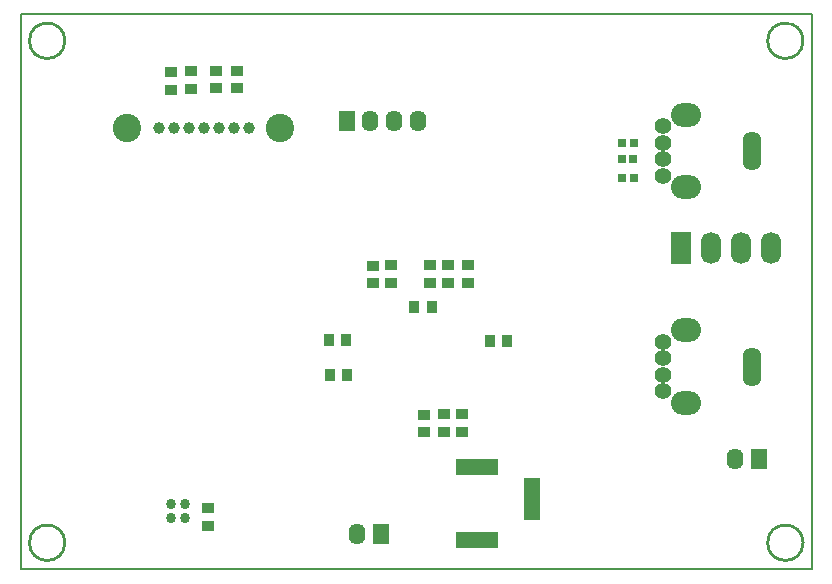
<source format=gbs>
%FSLAX25Y25*%
%MOIN*%
G70*
G01*
G75*
G04 Layer_Color=16711935*
%ADD10R,0.02756X0.03347*%
%ADD11R,0.04724X0.04331*%
%ADD12R,0.07874X0.07874*%
%ADD13O,0.08661X0.02362*%
%ADD14R,0.08071X0.09055*%
%ADD15O,0.05500X0.02500*%
%ADD16R,0.05500X0.02500*%
%ADD17R,0.04724X0.14567*%
%ADD18R,0.07559X0.25590*%
%ADD19R,0.06000X0.05000*%
%ADD20R,0.10630X0.03937*%
%ADD21O,0.00787X0.02559*%
%ADD22O,0.02559X0.00787*%
%ADD23R,0.15748X0.15748*%
%ADD24R,0.03347X0.02756*%
%ADD25O,0.02500X0.05500*%
%ADD26R,0.02500X0.05500*%
%ADD27R,0.05000X0.06000*%
%ADD28C,0.03000*%
%ADD29C,0.05000*%
%ADD30C,0.00600*%
%ADD31C,0.00800*%
%ADD32C,0.02000*%
%ADD33C,0.01000*%
%ADD34C,0.01500*%
%ADD35C,0.04000*%
%ADD36R,0.07284X0.19685*%
%ADD37R,0.06800X0.04000*%
%ADD38C,0.00500*%
%ADD39O,0.04724X0.06299*%
%ADD40R,0.04724X0.06299*%
%ADD41C,0.08661*%
%ADD42C,0.03150*%
%ADD43O,0.05906X0.09843*%
%ADD44R,0.05906X0.09843*%
%ADD45C,0.04724*%
%ADD46O,0.09252X0.07087*%
%ADD47O,0.05315X0.12205*%
%ADD48R,0.13386X0.04724*%
%ADD49R,0.04724X0.13386*%
%ADD50C,0.03000*%
%ADD51C,0.04000*%
%ADD52C,0.02000*%
%ADD53C,0.02598*%
%ADD54R,0.02362X0.02362*%
%ADD55R,0.15000X0.11400*%
%ADD56C,0.00984*%
%ADD57C,0.00394*%
%ADD58C,0.00591*%
%ADD59C,0.00787*%
%ADD60R,0.03556X0.04147*%
%ADD61R,0.05524X0.05131*%
%ADD62R,0.08674X0.08674*%
%ADD63O,0.09461X0.03162*%
%ADD64R,0.08871X0.09855*%
%ADD65O,0.06300X0.03300*%
%ADD66R,0.06300X0.03300*%
%ADD67R,0.05524X0.15367*%
%ADD68R,0.08359X0.26391*%
%ADD69R,0.06800X0.05800*%
%ADD70R,0.11430X0.04737*%
%ADD71R,0.00800X0.00800*%
%ADD72R,0.00800X0.00800*%
%ADD73O,0.01587X0.03359*%
%ADD74O,0.03359X0.01587*%
%ADD75R,0.16548X0.16548*%
%ADD76R,0.04147X0.03556*%
%ADD77O,0.03300X0.06300*%
%ADD78R,0.03300X0.06300*%
%ADD79R,0.05800X0.06800*%
%ADD80O,0.05524X0.07099*%
%ADD81R,0.05524X0.07099*%
%ADD82C,0.09461*%
%ADD83C,0.03950*%
%ADD84O,0.06706X0.10642*%
%ADD85R,0.06706X0.10642*%
%ADD86C,0.05524*%
%ADD87O,0.10052X0.07887*%
%ADD88O,0.06115X0.13005*%
%ADD89R,0.14186X0.05524*%
%ADD90R,0.05524X0.14186*%
%ADD91R,0.03162X0.03162*%
%ADD92C,0.03398*%
D33*
X14764Y-8858D02*
G03*
X14764Y-8858I-5906J0D01*
G01*
Y-176181D02*
G03*
X14764Y-176181I-5906J0D01*
G01*
X260827Y-8858D02*
G03*
X260827Y-8858I-5906J0D01*
G01*
Y-176181D02*
G03*
X260827Y-176181I-5906J0D01*
G01*
D38*
X0Y0D02*
X263779D01*
X0Y-185039D02*
Y0D01*
X263779Y-185039D02*
Y0D01*
X0Y-185039D02*
X263779D01*
D60*
X102995Y-120100D02*
D03*
X108900D02*
D03*
X137005Y-97700D02*
D03*
X131100D02*
D03*
X102694Y-108700D02*
D03*
X108600D02*
D03*
X162305Y-109000D02*
D03*
X156400D02*
D03*
D76*
X50200Y-25106D02*
D03*
Y-19200D02*
D03*
X56800Y-24800D02*
D03*
Y-18894D02*
D03*
X65300Y-24700D02*
D03*
Y-18794D02*
D03*
X72300Y-24700D02*
D03*
Y-18794D02*
D03*
X62362Y-164632D02*
D03*
Y-170538D02*
D03*
X142500Y-83694D02*
D03*
Y-89600D02*
D03*
X136500Y-83694D02*
D03*
Y-89600D02*
D03*
X123600Y-83694D02*
D03*
Y-89600D02*
D03*
X141100Y-139206D02*
D03*
Y-133300D02*
D03*
X147200Y-139206D02*
D03*
Y-133300D02*
D03*
X134600Y-139371D02*
D03*
Y-133465D02*
D03*
X149000Y-83595D02*
D03*
Y-89500D02*
D03*
X117500Y-89700D02*
D03*
Y-83794D02*
D03*
D80*
X132322Y-35600D02*
D03*
X124448D02*
D03*
X116574D02*
D03*
X238126Y-148300D02*
D03*
X112126Y-173200D02*
D03*
D81*
X108700Y-35600D02*
D03*
X246000Y-148300D02*
D03*
X120000Y-173200D02*
D03*
D82*
X86512Y-38000D02*
D03*
X35488D02*
D03*
D83*
X76000D02*
D03*
X71000D02*
D03*
X66000D02*
D03*
X61000D02*
D03*
X56000D02*
D03*
X51000D02*
D03*
X46000D02*
D03*
D84*
X230000Y-77800D02*
D03*
X250000D02*
D03*
X240000D02*
D03*
D85*
X220000D02*
D03*
D86*
X214000Y-37365D02*
D03*
Y-42876D02*
D03*
Y-48388D02*
D03*
Y-53900D02*
D03*
Y-109165D02*
D03*
Y-114676D02*
D03*
Y-120188D02*
D03*
Y-125700D02*
D03*
D87*
X221874Y-57758D02*
D03*
Y-33506D02*
D03*
Y-129558D02*
D03*
Y-105306D02*
D03*
D88*
X243921Y-45632D02*
D03*
Y-117432D02*
D03*
D89*
X152000Y-175372D02*
D03*
Y-150963D02*
D03*
D90*
X170504Y-161593D02*
D03*
D91*
X200400Y-54500D02*
D03*
X204337D02*
D03*
X200556Y-42900D02*
D03*
X204493D02*
D03*
X200356Y-48301D02*
D03*
X204293D02*
D03*
D92*
X54724Y-168000D02*
D03*
X50000D02*
D03*
X54724Y-163276D02*
D03*
X50000D02*
D03*
M02*

</source>
